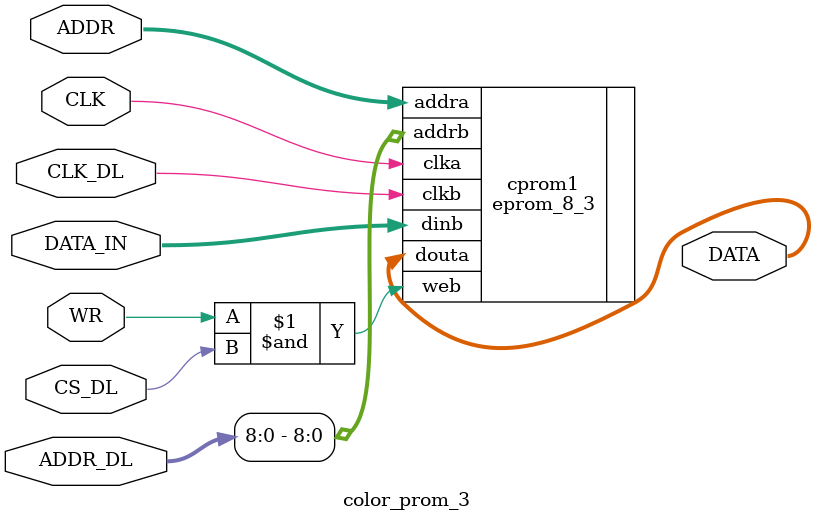
<source format=sv>


module selector
(
	input logic [24:0] ioctl_addr,
	output logic ep1_cs, ep2_cs, ep3_cs, ep4_cs, ep5_cs, cp1_cs, cp2_cs, cp3_cs
);

	always_comb begin
		{ep1_cs, ep2_cs, ep3_cs, ep4_cs, ep5_cs, cp1_cs, cp2_cs, cp3_cs} = 0;
		if(ioctl_addr < 'h8000)
			ep1_cs = 1; // 0x8000 15
		else if(ioctl_addr < 'h10000)
			ep2_cs = 1; // 0x8000 15
		else if(ioctl_addr < 'h18000)
			ep3_cs = 1; // 0x8000 15
		else if(ioctl_addr < 'h20000)
			ep4_cs = 1; // 0x8000 15
		else if(ioctl_addr < 'h28000)
			ep5_cs = 1; // 0x8000 15
		else if(ioctl_addr < 'h28200)
			cp1_cs = 1; // 0x200  9
		else if(ioctl_addr < 'h28400)
			cp2_cs = 1; // 0x200  9
		else
			cp3_cs = 1; // 0x200  9
	end
endmodule

////////////
// EPROMS //
////////////

module eprom_1
(
	input logic        CLK,
	input logic        CLK_DL,
	input logic [14:0] ADDR,
	input logic [24:0] ADDR_DL,
	input logic [7:0]  DATA_IN,
	input logic        CS_DL,
	input logic        WR,
	output logic [7:0] DATA
);

    eprom_14_7 eprom1(
        .clka(CLK),
        .addra(ADDR[14:0]),
        .douta(DATA[7:0]),
        
        .clkb(CLK_DL),
        .addrb(ADDR_DL[14:0]),
        .dinb(DATA_IN),
        .web(WR & CS_DL)
    );
/*
	dpram_dc #(.widthad_a(15)) eprom_1
	(
		.clock_a(CLK),
		.address_a(ADDR[14:0]),
		.q_a(DATA[7:0]),

		.clock_b(CLK_DL),
		.address_b(ADDR_DL[14:0]),
		.data_b(DATA_IN),
		.wren_b(WR & CS_DL)
	);
	*/
endmodule

module eprom_2
(
	input logic        CLK,
	input logic        CLK_DL,
	input logic [14:0] ADDR,
	input logic [24:0] ADDR_DL,
	input logic [7:0]  DATA_IN,
	input logic        CS_DL,
	input logic        WR,
	output logic [7:0] DATA
);

    eprom_14_7 eprom2(
        .clka(CLK),
        .addra(ADDR[14:0]),
        .douta(DATA[7:0]),
        
        .clkb(CLK_DL),
        .addrb(ADDR_DL[14:0]),
        .dinb(DATA_IN),
        .web(WR & CS_DL)
    );

/*
	dpram_dc #(.widthad_a(15)) eprom_2
	(
		.clock_a(CLK),
		.address_a(ADDR[14:0]),
		.q_a(DATA[7:0]),

		.clock_b(CLK_DL),
		.address_b(ADDR_DL[14:0]),
		.data_b(DATA_IN),
		.wren_b(WR & CS_DL)
	);
	*/
endmodule

module eprom_3
(
	input logic        CLK,
	input logic        CLK_DL,
	input logic [14:0] ADDR,
	input logic [24:0] ADDR_DL,
	input logic [7:0]  DATA_IN,
	input logic        CS_DL,
	input logic        WR,
	output logic [7:0] DATA
);

    eprom_14_7 eprom3(
        .clka(CLK),
        .addra(ADDR[14:0]),
        .douta(DATA[7:0]),
        
        .clkb(CLK_DL),
        .addrb(ADDR_DL[14:0]),
        .dinb(DATA_IN),
        .web(WR & CS_DL)
    );

/*
	dpram_dc #(.widthad_a(15)) eprom_3
	(
		.clock_a(CLK),
		.address_a(ADDR[14:0]),
		.q_a(DATA[7:0]),

		.clock_b(CLK_DL),
		.address_b(ADDR_DL[14:0]),
		.data_b(DATA_IN),
		.wren_b(WR & CS_DL)
	);
	*/
		
endmodule

module eprom_4
(
	input logic        CLK,
	input logic        CLK_DL,
	input logic [14:0] ADDR,
	input logic [24:0] ADDR_DL,
	input logic [7:0]  DATA_IN,
	input logic        CS_DL,
	input logic        WR,
	output logic [7:0] DATA
);

    eprom_14_7 eprom4(
        .clka(CLK),
        .addra(ADDR[14:0]),
        .douta(DATA[7:0]),
        
        .clkb(CLK_DL),
        .addrb(ADDR_DL[14:0]),
        .dinb(DATA_IN),
        .web(WR & CS_DL)
    );

/*
	dpram_dc #(.widthad_a(15)) eprom_4
	(
		.clock_a(CLK),
		.address_a(ADDR[14:0]),
		.q_a(DATA[7:0]),

		.clock_b(CLK_DL),
		.address_b(ADDR_DL[14:0]),
		.data_b(DATA_IN),
		.wren_b(WR & CS_DL)
	);
	*/
endmodule

module eprom_5
(
	input logic        CLK,
	input logic        CLK_DL,
	input logic [14:0] ADDR,
	input logic [24:0] ADDR_DL,
	input logic [7:0]  DATA_IN,
	input logic        CS_DL,
	input logic        WR,
	output logic [7:0] DATA
);

    eprom_14_7 eprom5(
        .clka(CLK),
        .addra(ADDR[14:0]),
        .douta(DATA[7:0]),
        
        .clkb(CLK_DL),
        .addrb(ADDR_DL[14:0]),
        .dinb(DATA_IN),
        .web(WR & CS_DL)
    );

/*
	dpram_dc #(.widthad_a(15)) eprom_5
	(
		.clock_a(CLK),
		.address_a(ADDR[14:0]),
		.q_a(DATA[7:0]),

		.clock_b(CLK_DL),
		.address_b(ADDR_DL[14:0]),
		.data_b(DATA_IN),
		.wren_b(WR & CS_DL)
	);
	*/
endmodule

///////////
// PROMS //
///////////

module color_prom_1
(
	input logic        CLK,
	input logic        CLK_DL,
	input logic [8:0]  ADDR,
	input logic [24:0] ADDR_DL,
	input logic [7:0]  DATA_IN,
	input logic        CS_DL,
	input logic        WR,
	output logic [3:0] DATA
);

    eprom_8_3 cprom1(
        .clka(CLK),
        .addra(ADDR),
        .douta(DATA[3:0]),
        
        .clkb(CLK_DL),
        .addrb(ADDR_DL[8:0]),
        .dinb(DATA_IN),
        .web(WR & CS_DL)    
    );

/*
	dpram_dc #(.widthad_a(9)) cprom_1
	(
		.clock_a(CLK),
		.address_a(ADDR),
		.q_a(DATA[3:0]),

		.clock_b(CLK_DL),
		.address_b(ADDR_DL[8:0]),
		.data_b(DATA_IN),
		.wren_b(WR & CS_DL)
	);
	*/
endmodule

module color_prom_2
(
	input logic        CLK,
	input logic        CLK_DL,
	input logic [8:0]  ADDR,
	input logic [24:0] ADDR_DL,
	input logic [7:0]  DATA_IN,
	input logic        CS_DL,
	input logic        WR,
	output logic [3:0] DATA
);

    eprom_8_3 cprom2(
        .clka(CLK),
        .addra(ADDR),
        .douta(DATA[3:0]),
        
        .clkb(CLK_DL),
        .addrb(ADDR_DL[8:0]),
        .dinb(DATA_IN),
        .web(WR & CS_DL)    
    );
/*
	dpram_dc #(.widthad_a(9)) cprom_2
	(
		.clock_a(CLK),
		.address_a(ADDR),
		.q_a(DATA[3:0]),

		.clock_b(CLK_DL),
		.address_b(ADDR_DL[8:0]),
		.data_b(DATA_IN),
		.wren_b(WR & CS_DL)
	);
*/
endmodule

module color_prom_3
(
	input logic        CLK,
	input logic        CLK_DL,
	input logic [8:0]  ADDR,
	input logic [24:0] ADDR_DL,
	input logic [7:0]  DATA_IN,
	input logic        CS_DL,
	input logic        WR,
	output logic [3:0] DATA
);

    eprom_8_3 cprom1(
        .clka(CLK),
        .addra(ADDR),
        .douta(DATA[3:0]),
        
        .clkb(CLK_DL),
        .addrb(ADDR_DL[8:0]),
        .dinb(DATA_IN),
        .web(WR & CS_DL)    
    );
/*
	dpram_dc #(.widthad_a(9)) cprom_3
	(
		.clock_a(CLK),
		.address_a(ADDR),
		.q_a(DATA[3:0]),

		.clock_b(CLK_DL),
		.address_b(ADDR_DL[8:0]),
		.data_b(DATA_IN),
		.wren_b(WR & CS_DL)
	);
	*/
endmodule

</source>
